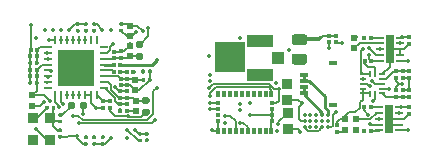
<source format=gbr>
G04 #@! TF.GenerationSoftware,KiCad,Pcbnew,(5.1.12)-1*
G04 #@! TF.CreationDate,2024-10-20T15:32:40+08:00*
G04 #@! TF.ProjectId,Kicad_LFOV_RigidFlex_Assembly_Screwhole2,4b696361-645f-44c4-964f-565f52696769,rev?*
G04 #@! TF.SameCoordinates,Original*
G04 #@! TF.FileFunction,Copper,L1,Top*
G04 #@! TF.FilePolarity,Positive*
%FSLAX46Y46*%
G04 Gerber Fmt 4.6, Leading zero omitted, Abs format (unit mm)*
G04 Created by KiCad (PCBNEW (5.1.12)-1) date 2024-10-20 15:32:40*
%MOMM*%
%LPD*%
G01*
G04 APERTURE LIST*
G04 #@! TA.AperFunction,SMDPad,CuDef*
%ADD10R,0.800000X0.400000*%
G04 #@! TD*
G04 #@! TA.AperFunction,SMDPad,CuDef*
%ADD11R,0.800000X0.300000*%
G04 #@! TD*
G04 #@! TA.AperFunction,SMDPad,CuDef*
%ADD12R,0.310000X0.340000*%
G04 #@! TD*
G04 #@! TA.AperFunction,SMDPad,CuDef*
%ADD13R,0.260000X0.680000*%
G04 #@! TD*
G04 #@! TA.AperFunction,SMDPad,CuDef*
%ADD14R,0.680000X0.260000*%
G04 #@! TD*
G04 #@! TA.AperFunction,SMDPad,CuDef*
%ADD15R,3.100000X3.100000*%
G04 #@! TD*
G04 #@! TA.AperFunction,SMDPad,CuDef*
%ADD16R,0.300000X0.525000*%
G04 #@! TD*
G04 #@! TA.AperFunction,SMDPad,CuDef*
%ADD17R,0.425000X0.300000*%
G04 #@! TD*
G04 #@! TA.AperFunction,SMDPad,CuDef*
%ADD18R,0.630000X0.580000*%
G04 #@! TD*
G04 #@! TA.AperFunction,SMDPad,CuDef*
%ADD19R,0.340000X0.310000*%
G04 #@! TD*
G04 #@! TA.AperFunction,SMDPad,CuDef*
%ADD20C,0.350000*%
G04 #@! TD*
G04 #@! TA.AperFunction,SMDPad,CuDef*
%ADD21R,0.870000X0.810000*%
G04 #@! TD*
G04 #@! TA.AperFunction,SMDPad,CuDef*
%ADD22R,2.200000X1.050000*%
G04 #@! TD*
G04 #@! TA.AperFunction,SMDPad,CuDef*
%ADD23R,1.050000X1.000000*%
G04 #@! TD*
G04 #@! TA.AperFunction,SMDPad,CuDef*
%ADD24R,2.500000X2.500000*%
G04 #@! TD*
G04 #@! TA.AperFunction,SMDPad,CuDef*
%ADD25R,0.920000X0.890000*%
G04 #@! TD*
G04 #@! TA.AperFunction,SMDPad,CuDef*
%ADD26R,0.640000X2.390000*%
G04 #@! TD*
G04 #@! TA.AperFunction,SMDPad,CuDef*
%ADD27R,0.640000X0.270000*%
G04 #@! TD*
G04 #@! TA.AperFunction,SMDPad,CuDef*
%ADD28R,0.610000X0.220000*%
G04 #@! TD*
G04 #@! TA.AperFunction,SMDPad,CuDef*
%ADD29R,0.220000X0.610000*%
G04 #@! TD*
G04 #@! TA.AperFunction,SMDPad,CuDef*
%ADD30R,0.830000X0.880000*%
G04 #@! TD*
G04 #@! TA.AperFunction,ViaPad*
%ADD31C,0.350000*%
G04 #@! TD*
G04 #@! TA.AperFunction,Conductor*
%ADD32C,0.152400*%
G04 #@! TD*
G04 #@! TA.AperFunction,Conductor*
%ADD33C,0.203200*%
G04 #@! TD*
G04 #@! TA.AperFunction,Conductor*
%ADD34C,0.304800*%
G04 #@! TD*
G04 #@! TA.AperFunction,Conductor*
%ADD35C,0.254000*%
G04 #@! TD*
G04 #@! TA.AperFunction,Conductor*
%ADD36C,0.101600*%
G04 #@! TD*
G04 APERTURE END LIST*
G04 #@! TA.AperFunction,SMDPad,CuDef*
G36*
G01*
X111609100Y-109172200D02*
X112464100Y-109172200D01*
G75*
G02*
X112696600Y-109404700I0J-232500D01*
G01*
X112696600Y-109869700D01*
G75*
G02*
X112464100Y-110102200I-232500J0D01*
G01*
X111609100Y-110102200D01*
G75*
G02*
X111376600Y-109869700I0J232500D01*
G01*
X111376600Y-109404700D01*
G75*
G02*
X111609100Y-109172200I232500J0D01*
G01*
G37*
G04 #@! TD.AperFunction*
G04 #@! TA.AperFunction,SMDPad,CuDef*
G36*
G01*
X111609100Y-107532200D02*
X112464100Y-107532200D01*
G75*
G02*
X112696600Y-107764700I0J-232500D01*
G01*
X112696600Y-108229700D01*
G75*
G02*
X112464100Y-108462200I-232500J0D01*
G01*
X111609100Y-108462200D01*
G75*
G02*
X111376600Y-108229700I0J232500D01*
G01*
X111376600Y-107764700D01*
G75*
G02*
X111609100Y-107532200I232500J0D01*
G01*
G37*
G04 #@! TD.AperFunction*
D10*
X114911200Y-109988200D03*
X114911200Y-113488200D03*
D11*
X112411200Y-110988200D03*
X112411200Y-111488200D03*
X112411200Y-111988200D03*
X112411200Y-112488200D03*
D12*
X118101600Y-113668600D03*
X117551600Y-113668600D03*
G04 #@! TA.AperFunction,SMDPad,CuDef*
G36*
G01*
X91699500Y-114753800D02*
X91884500Y-114753800D01*
G75*
G02*
X91962000Y-114831300I0J-77500D01*
G01*
X91962000Y-114986300D01*
G75*
G02*
X91884500Y-115063800I-77500J0D01*
G01*
X91699500Y-115063800D01*
G75*
G02*
X91622000Y-114986300I0J77500D01*
G01*
X91622000Y-114831300D01*
G75*
G02*
X91699500Y-114753800I77500J0D01*
G01*
G37*
G04 #@! TD.AperFunction*
G04 #@! TA.AperFunction,SMDPad,CuDef*
G36*
G01*
X91699500Y-114203800D02*
X91884500Y-114203800D01*
G75*
G02*
X91962000Y-114281300I0J-77500D01*
G01*
X91962000Y-114436300D01*
G75*
G02*
X91884500Y-114513800I-77500J0D01*
G01*
X91699500Y-114513800D01*
G75*
G02*
X91622000Y-114436300I0J77500D01*
G01*
X91622000Y-114281300D01*
G75*
G02*
X91699500Y-114203800I77500J0D01*
G01*
G37*
G04 #@! TD.AperFunction*
G04 #@! TA.AperFunction,SMDPad,CuDef*
G36*
G01*
X93049800Y-113394500D02*
X93049800Y-113739500D01*
G75*
G02*
X92902300Y-113887000I-147500J0D01*
G01*
X92607300Y-113887000D01*
G75*
G02*
X92459800Y-113739500I0J147500D01*
G01*
X92459800Y-113394500D01*
G75*
G02*
X92607300Y-113247000I147500J0D01*
G01*
X92902300Y-113247000D01*
G75*
G02*
X93049800Y-113394500I0J-147500D01*
G01*
G37*
G04 #@! TD.AperFunction*
G04 #@! TA.AperFunction,SMDPad,CuDef*
G36*
G01*
X94019800Y-113394500D02*
X94019800Y-113739500D01*
G75*
G02*
X93872300Y-113887000I-147500J0D01*
G01*
X93577300Y-113887000D01*
G75*
G02*
X93429800Y-113739500I0J147500D01*
G01*
X93429800Y-113394500D01*
G75*
G02*
X93577300Y-113247000I147500J0D01*
G01*
X93872300Y-113247000D01*
G75*
G02*
X94019800Y-113394500I0J-147500D01*
G01*
G37*
G04 #@! TD.AperFunction*
G04 #@! TA.AperFunction,SMDPad,CuDef*
G36*
G01*
X98630700Y-116128800D02*
X98445700Y-116128800D01*
G75*
G02*
X98368200Y-116051300I0J77500D01*
G01*
X98368200Y-115896300D01*
G75*
G02*
X98445700Y-115818800I77500J0D01*
G01*
X98630700Y-115818800D01*
G75*
G02*
X98708200Y-115896300I0J-77500D01*
G01*
X98708200Y-116051300D01*
G75*
G02*
X98630700Y-116128800I-77500J0D01*
G01*
G37*
G04 #@! TD.AperFunction*
G04 #@! TA.AperFunction,SMDPad,CuDef*
G36*
G01*
X98630700Y-116678800D02*
X98445700Y-116678800D01*
G75*
G02*
X98368200Y-116601300I0J77500D01*
G01*
X98368200Y-116446300D01*
G75*
G02*
X98445700Y-116368800I77500J0D01*
G01*
X98630700Y-116368800D01*
G75*
G02*
X98708200Y-116446300I0J-77500D01*
G01*
X98708200Y-116601300D01*
G75*
G02*
X98630700Y-116678800I-77500J0D01*
G01*
G37*
G04 #@! TD.AperFunction*
G04 #@! TA.AperFunction,SMDPad,CuDef*
G36*
G01*
X99009680Y-116368800D02*
X99194680Y-116368800D01*
G75*
G02*
X99272180Y-116446300I0J-77500D01*
G01*
X99272180Y-116601300D01*
G75*
G02*
X99194680Y-116678800I-77500J0D01*
G01*
X99009680Y-116678800D01*
G75*
G02*
X98932180Y-116601300I0J77500D01*
G01*
X98932180Y-116446300D01*
G75*
G02*
X99009680Y-116368800I77500J0D01*
G01*
G37*
G04 #@! TD.AperFunction*
G04 #@! TA.AperFunction,SMDPad,CuDef*
G36*
G01*
X99009680Y-115818800D02*
X99194680Y-115818800D01*
G75*
G02*
X99272180Y-115896300I0J-77500D01*
G01*
X99272180Y-116051300D01*
G75*
G02*
X99194680Y-116128800I-77500J0D01*
G01*
X99009680Y-116128800D01*
G75*
G02*
X98932180Y-116051300I0J77500D01*
G01*
X98932180Y-115896300D01*
G75*
G02*
X99009680Y-115818800I77500J0D01*
G01*
G37*
G04 #@! TD.AperFunction*
G04 #@! TA.AperFunction,SMDPad,CuDef*
G36*
G01*
X89401200Y-111553500D02*
X89401200Y-111738500D01*
G75*
G02*
X89323700Y-111816000I-77500J0D01*
G01*
X89168700Y-111816000D01*
G75*
G02*
X89091200Y-111738500I0J77500D01*
G01*
X89091200Y-111553500D01*
G75*
G02*
X89168700Y-111476000I77500J0D01*
G01*
X89323700Y-111476000D01*
G75*
G02*
X89401200Y-111553500I0J-77500D01*
G01*
G37*
G04 #@! TD.AperFunction*
G04 #@! TA.AperFunction,SMDPad,CuDef*
G36*
G01*
X89951200Y-111553500D02*
X89951200Y-111738500D01*
G75*
G02*
X89873700Y-111816000I-77500J0D01*
G01*
X89718700Y-111816000D01*
G75*
G02*
X89641200Y-111738500I0J77500D01*
G01*
X89641200Y-111553500D01*
G75*
G02*
X89718700Y-111476000I77500J0D01*
G01*
X89873700Y-111476000D01*
G75*
G02*
X89951200Y-111553500I0J-77500D01*
G01*
G37*
G04 #@! TD.AperFunction*
D13*
X91378000Y-112685600D03*
X91878000Y-112685600D03*
X92378000Y-112685600D03*
X92878000Y-112685600D03*
X93378000Y-112685600D03*
X93878000Y-112685600D03*
X94378000Y-112685600D03*
X94878000Y-112685600D03*
D14*
X95463000Y-112100600D03*
X95463000Y-111600600D03*
X95463000Y-111100600D03*
X95463000Y-110600600D03*
X95463000Y-110100600D03*
X95463000Y-109600600D03*
X95463000Y-109100600D03*
X95463000Y-108600600D03*
D13*
X94878000Y-108015600D03*
X94378000Y-108015600D03*
X93878000Y-108015600D03*
X93378000Y-108015600D03*
X92878000Y-108015600D03*
X92378000Y-108015600D03*
X91878000Y-108015600D03*
X91378000Y-108015600D03*
D14*
X90793000Y-108600600D03*
X90793000Y-109100600D03*
X90793000Y-109600600D03*
X90793000Y-110100600D03*
X90793000Y-110600600D03*
X90793000Y-111100600D03*
X90793000Y-111600600D03*
X90793000Y-112100600D03*
D15*
X93128000Y-110350600D03*
G04 #@! TA.AperFunction,SMDPad,CuDef*
G36*
G01*
X90823600Y-113661700D02*
X90823600Y-113846700D01*
G75*
G02*
X90746100Y-113924200I-77500J0D01*
G01*
X90591100Y-113924200D01*
G75*
G02*
X90513600Y-113846700I0J77500D01*
G01*
X90513600Y-113661700D01*
G75*
G02*
X90591100Y-113584200I77500J0D01*
G01*
X90746100Y-113584200D01*
G75*
G02*
X90823600Y-113661700I0J-77500D01*
G01*
G37*
G04 #@! TD.AperFunction*
G04 #@! TA.AperFunction,SMDPad,CuDef*
G36*
G01*
X91373600Y-113661700D02*
X91373600Y-113846700D01*
G75*
G02*
X91296100Y-113924200I-77500J0D01*
G01*
X91141100Y-113924200D01*
G75*
G02*
X91063600Y-113846700I0J77500D01*
G01*
X91063600Y-113661700D01*
G75*
G02*
X91141100Y-113584200I77500J0D01*
G01*
X91296100Y-113584200D01*
G75*
G02*
X91373600Y-113661700I0J-77500D01*
G01*
G37*
G04 #@! TD.AperFunction*
G04 #@! TA.AperFunction,SMDPad,CuDef*
G36*
G01*
X91689300Y-116058600D02*
X91874300Y-116058600D01*
G75*
G02*
X91951800Y-116136100I0J-77500D01*
G01*
X91951800Y-116291100D01*
G75*
G02*
X91874300Y-116368600I-77500J0D01*
G01*
X91689300Y-116368600D01*
G75*
G02*
X91611800Y-116291100I0J77500D01*
G01*
X91611800Y-116136100D01*
G75*
G02*
X91689300Y-116058600I77500J0D01*
G01*
G37*
G04 #@! TD.AperFunction*
G04 #@! TA.AperFunction,SMDPad,CuDef*
G36*
G01*
X91689300Y-115508600D02*
X91874300Y-115508600D01*
G75*
G02*
X91951800Y-115586100I0J-77500D01*
G01*
X91951800Y-115741100D01*
G75*
G02*
X91874300Y-115818600I-77500J0D01*
G01*
X91689300Y-115818600D01*
G75*
G02*
X91611800Y-115741100I0J77500D01*
G01*
X91611800Y-115586100D01*
G75*
G02*
X91689300Y-115508600I77500J0D01*
G01*
G37*
G04 #@! TD.AperFunction*
G04 #@! TA.AperFunction,SMDPad,CuDef*
G36*
G01*
X94569700Y-116658800D02*
X94754700Y-116658800D01*
G75*
G02*
X94832200Y-116736300I0J-77500D01*
G01*
X94832200Y-116891300D01*
G75*
G02*
X94754700Y-116968800I-77500J0D01*
G01*
X94569700Y-116968800D01*
G75*
G02*
X94492200Y-116891300I0J77500D01*
G01*
X94492200Y-116736300D01*
G75*
G02*
X94569700Y-116658800I77500J0D01*
G01*
G37*
G04 #@! TD.AperFunction*
G04 #@! TA.AperFunction,SMDPad,CuDef*
G36*
G01*
X94569700Y-116108800D02*
X94754700Y-116108800D01*
G75*
G02*
X94832200Y-116186300I0J-77500D01*
G01*
X94832200Y-116341300D01*
G75*
G02*
X94754700Y-116418800I-77500J0D01*
G01*
X94569700Y-116418800D01*
G75*
G02*
X94492200Y-116341300I0J77500D01*
G01*
X94492200Y-116186300D01*
G75*
G02*
X94569700Y-116108800I77500J0D01*
G01*
G37*
G04 #@! TD.AperFunction*
G04 #@! TA.AperFunction,SMDPad,CuDef*
G36*
G01*
X95280900Y-116658800D02*
X95465900Y-116658800D01*
G75*
G02*
X95543400Y-116736300I0J-77500D01*
G01*
X95543400Y-116891300D01*
G75*
G02*
X95465900Y-116968800I-77500J0D01*
G01*
X95280900Y-116968800D01*
G75*
G02*
X95203400Y-116891300I0J77500D01*
G01*
X95203400Y-116736300D01*
G75*
G02*
X95280900Y-116658800I77500J0D01*
G01*
G37*
G04 #@! TD.AperFunction*
G04 #@! TA.AperFunction,SMDPad,CuDef*
G36*
G01*
X95280900Y-116108800D02*
X95465900Y-116108800D01*
G75*
G02*
X95543400Y-116186300I0J-77500D01*
G01*
X95543400Y-116341300D01*
G75*
G02*
X95465900Y-116418800I-77500J0D01*
G01*
X95280900Y-116418800D01*
G75*
G02*
X95203400Y-116341300I0J77500D01*
G01*
X95203400Y-116186300D01*
G75*
G02*
X95280900Y-116108800I77500J0D01*
G01*
G37*
G04 #@! TD.AperFunction*
G04 #@! TA.AperFunction,SMDPad,CuDef*
G36*
G01*
X94744500Y-106827000D02*
X94559500Y-106827000D01*
G75*
G02*
X94482000Y-106749500I0J77500D01*
G01*
X94482000Y-106594500D01*
G75*
G02*
X94559500Y-106517000I77500J0D01*
G01*
X94744500Y-106517000D01*
G75*
G02*
X94822000Y-106594500I0J-77500D01*
G01*
X94822000Y-106749500D01*
G75*
G02*
X94744500Y-106827000I-77500J0D01*
G01*
G37*
G04 #@! TD.AperFunction*
G04 #@! TA.AperFunction,SMDPad,CuDef*
G36*
G01*
X94744500Y-107377000D02*
X94559500Y-107377000D01*
G75*
G02*
X94482000Y-107299500I0J77500D01*
G01*
X94482000Y-107144500D01*
G75*
G02*
X94559500Y-107067000I77500J0D01*
G01*
X94744500Y-107067000D01*
G75*
G02*
X94822000Y-107144500I0J-77500D01*
G01*
X94822000Y-107299500D01*
G75*
G02*
X94744500Y-107377000I-77500J0D01*
G01*
G37*
G04 #@! TD.AperFunction*
G04 #@! TA.AperFunction,SMDPad,CuDef*
G36*
G01*
X96870900Y-107067000D02*
X97055900Y-107067000D01*
G75*
G02*
X97133400Y-107144500I0J-77500D01*
G01*
X97133400Y-107299500D01*
G75*
G02*
X97055900Y-107377000I-77500J0D01*
G01*
X96870900Y-107377000D01*
G75*
G02*
X96793400Y-107299500I0J77500D01*
G01*
X96793400Y-107144500D01*
G75*
G02*
X96870900Y-107067000I77500J0D01*
G01*
G37*
G04 #@! TD.AperFunction*
G04 #@! TA.AperFunction,SMDPad,CuDef*
G36*
G01*
X96870900Y-106517000D02*
X97055900Y-106517000D01*
G75*
G02*
X97133400Y-106594500I0J-77500D01*
G01*
X97133400Y-106749500D01*
G75*
G02*
X97055900Y-106827000I-77500J0D01*
G01*
X96870900Y-106827000D01*
G75*
G02*
X96793400Y-106749500I0J77500D01*
G01*
X96793400Y-106594500D01*
G75*
G02*
X96870900Y-106517000I77500J0D01*
G01*
G37*
G04 #@! TD.AperFunction*
G04 #@! TA.AperFunction,SMDPad,CuDef*
G36*
G01*
X89401200Y-109877100D02*
X89401200Y-110062100D01*
G75*
G02*
X89323700Y-110139600I-77500J0D01*
G01*
X89168700Y-110139600D01*
G75*
G02*
X89091200Y-110062100I0J77500D01*
G01*
X89091200Y-109877100D01*
G75*
G02*
X89168700Y-109799600I77500J0D01*
G01*
X89323700Y-109799600D01*
G75*
G02*
X89401200Y-109877100I0J-77500D01*
G01*
G37*
G04 #@! TD.AperFunction*
G04 #@! TA.AperFunction,SMDPad,CuDef*
G36*
G01*
X89951200Y-109877100D02*
X89951200Y-110062100D01*
G75*
G02*
X89873700Y-110139600I-77500J0D01*
G01*
X89718700Y-110139600D01*
G75*
G02*
X89641200Y-110062100I0J77500D01*
G01*
X89641200Y-109877100D01*
G75*
G02*
X89718700Y-109799600I77500J0D01*
G01*
X89873700Y-109799600D01*
G75*
G02*
X89951200Y-109877100I0J-77500D01*
G01*
G37*
G04 #@! TD.AperFunction*
G04 #@! TA.AperFunction,SMDPad,CuDef*
G36*
G01*
X93858500Y-116658800D02*
X94043500Y-116658800D01*
G75*
G02*
X94121000Y-116736300I0J-77500D01*
G01*
X94121000Y-116891300D01*
G75*
G02*
X94043500Y-116968800I-77500J0D01*
G01*
X93858500Y-116968800D01*
G75*
G02*
X93781000Y-116891300I0J77500D01*
G01*
X93781000Y-116736300D01*
G75*
G02*
X93858500Y-116658800I77500J0D01*
G01*
G37*
G04 #@! TD.AperFunction*
G04 #@! TA.AperFunction,SMDPad,CuDef*
G36*
G01*
X93858500Y-116108800D02*
X94043500Y-116108800D01*
G75*
G02*
X94121000Y-116186300I0J-77500D01*
G01*
X94121000Y-116341300D01*
G75*
G02*
X94043500Y-116418800I-77500J0D01*
G01*
X93858500Y-116418800D01*
G75*
G02*
X93781000Y-116341300I0J77500D01*
G01*
X93781000Y-116186300D01*
G75*
G02*
X93858500Y-116108800I77500J0D01*
G01*
G37*
G04 #@! TD.AperFunction*
G04 #@! TA.AperFunction,SMDPad,CuDef*
G36*
G01*
X94058700Y-106827000D02*
X93873700Y-106827000D01*
G75*
G02*
X93796200Y-106749500I0J77500D01*
G01*
X93796200Y-106594500D01*
G75*
G02*
X93873700Y-106517000I77500J0D01*
G01*
X94058700Y-106517000D01*
G75*
G02*
X94136200Y-106594500I0J-77500D01*
G01*
X94136200Y-106749500D01*
G75*
G02*
X94058700Y-106827000I-77500J0D01*
G01*
G37*
G04 #@! TD.AperFunction*
G04 #@! TA.AperFunction,SMDPad,CuDef*
G36*
G01*
X94058700Y-107377000D02*
X93873700Y-107377000D01*
G75*
G02*
X93796200Y-107299500I0J77500D01*
G01*
X93796200Y-107144500D01*
G75*
G02*
X93873700Y-107067000I77500J0D01*
G01*
X94058700Y-107067000D01*
G75*
G02*
X94136200Y-107144500I0J-77500D01*
G01*
X94136200Y-107299500D01*
G75*
G02*
X94058700Y-107377000I-77500J0D01*
G01*
G37*
G04 #@! TD.AperFunction*
G04 #@! TA.AperFunction,SMDPad,CuDef*
G36*
G01*
X99217000Y-110773300D02*
X99217000Y-110588300D01*
G75*
G02*
X99294500Y-110510800I77500J0D01*
G01*
X99449500Y-110510800D01*
G75*
G02*
X99527000Y-110588300I0J-77500D01*
G01*
X99527000Y-110773300D01*
G75*
G02*
X99449500Y-110850800I-77500J0D01*
G01*
X99294500Y-110850800D01*
G75*
G02*
X99217000Y-110773300I0J77500D01*
G01*
G37*
G04 #@! TD.AperFunction*
G04 #@! TA.AperFunction,SMDPad,CuDef*
G36*
G01*
X98667000Y-110773300D02*
X98667000Y-110588300D01*
G75*
G02*
X98744500Y-110510800I77500J0D01*
G01*
X98899500Y-110510800D01*
G75*
G02*
X98977000Y-110588300I0J-77500D01*
G01*
X98977000Y-110773300D01*
G75*
G02*
X98899500Y-110850800I-77500J0D01*
G01*
X98744500Y-110850800D01*
G75*
G02*
X98667000Y-110773300I0J77500D01*
G01*
G37*
G04 #@! TD.AperFunction*
G04 #@! TA.AperFunction,SMDPad,CuDef*
G36*
G01*
X99217000Y-111484500D02*
X99217000Y-111299500D01*
G75*
G02*
X99294500Y-111222000I77500J0D01*
G01*
X99449500Y-111222000D01*
G75*
G02*
X99527000Y-111299500I0J-77500D01*
G01*
X99527000Y-111484500D01*
G75*
G02*
X99449500Y-111562000I-77500J0D01*
G01*
X99294500Y-111562000D01*
G75*
G02*
X99217000Y-111484500I0J77500D01*
G01*
G37*
G04 #@! TD.AperFunction*
G04 #@! TA.AperFunction,SMDPad,CuDef*
G36*
G01*
X98667000Y-111484500D02*
X98667000Y-111299500D01*
G75*
G02*
X98744500Y-111222000I77500J0D01*
G01*
X98899500Y-111222000D01*
G75*
G02*
X98977000Y-111299500I0J-77500D01*
G01*
X98977000Y-111484500D01*
G75*
G02*
X98899500Y-111562000I-77500J0D01*
G01*
X98744500Y-111562000D01*
G75*
G02*
X98667000Y-111484500I0J77500D01*
G01*
G37*
G04 #@! TD.AperFunction*
G04 #@! TA.AperFunction,SMDPad,CuDef*
G36*
G01*
X93347500Y-106827000D02*
X93162500Y-106827000D01*
G75*
G02*
X93085000Y-106749500I0J77500D01*
G01*
X93085000Y-106594500D01*
G75*
G02*
X93162500Y-106517000I77500J0D01*
G01*
X93347500Y-106517000D01*
G75*
G02*
X93425000Y-106594500I0J-77500D01*
G01*
X93425000Y-106749500D01*
G75*
G02*
X93347500Y-106827000I-77500J0D01*
G01*
G37*
G04 #@! TD.AperFunction*
G04 #@! TA.AperFunction,SMDPad,CuDef*
G36*
G01*
X93347500Y-107377000D02*
X93162500Y-107377000D01*
G75*
G02*
X93085000Y-107299500I0J77500D01*
G01*
X93085000Y-107144500D01*
G75*
G02*
X93162500Y-107067000I77500J0D01*
G01*
X93347500Y-107067000D01*
G75*
G02*
X93425000Y-107144500I0J-77500D01*
G01*
X93425000Y-107299500D01*
G75*
G02*
X93347500Y-107377000I-77500J0D01*
G01*
G37*
G04 #@! TD.AperFunction*
D16*
X105672600Y-112572700D03*
X106172600Y-112572700D03*
X106672600Y-112572700D03*
X107172600Y-112572700D03*
X107672600Y-112572700D03*
X108172600Y-112572700D03*
X108672600Y-112572700D03*
X109172600Y-112572700D03*
X109672600Y-112572700D03*
D17*
X109735100Y-113385200D03*
X109735100Y-113885200D03*
X109735100Y-114385200D03*
X109735100Y-114885200D03*
D16*
X109672600Y-115697700D03*
X109172600Y-115697700D03*
X108672600Y-115697700D03*
X108172600Y-115697700D03*
X107672600Y-115697700D03*
X107172600Y-115697700D03*
X106672600Y-115697700D03*
X106172600Y-115697700D03*
X105672600Y-115697700D03*
X105172600Y-115697700D03*
D17*
X105110100Y-114885200D03*
X105110100Y-114385200D03*
X105110100Y-113885200D03*
X105110100Y-113385200D03*
D16*
X105172600Y-112572700D03*
D18*
X97659400Y-108508600D03*
X97659400Y-109398600D03*
X98142000Y-111404200D03*
X98142000Y-112294200D03*
D19*
X97456200Y-111835400D03*
X97456200Y-111285400D03*
X96897400Y-111285400D03*
X96897400Y-111835400D03*
D12*
X89271600Y-109385400D03*
X89821600Y-109385400D03*
X89826000Y-108826600D03*
X89276000Y-108826600D03*
D18*
X98167400Y-113172800D03*
X98167400Y-114062800D03*
D19*
X97435800Y-112371000D03*
X97435800Y-112921000D03*
X96861800Y-112911600D03*
X96861800Y-112361600D03*
X96922800Y-108983400D03*
X96922800Y-109533400D03*
X96338600Y-109549400D03*
X96338600Y-108999400D03*
D12*
X89246200Y-111087200D03*
X89796200Y-111087200D03*
X89796200Y-110528400D03*
X89246200Y-110528400D03*
G04 #@! TA.AperFunction,SMDPad,CuDef*
G36*
G01*
X98858500Y-113833200D02*
X99203500Y-113833200D01*
G75*
G02*
X99351000Y-113980700I0J-147500D01*
G01*
X99351000Y-114275700D01*
G75*
G02*
X99203500Y-114423200I-147500J0D01*
G01*
X98858500Y-114423200D01*
G75*
G02*
X98711000Y-114275700I0J147500D01*
G01*
X98711000Y-113980700D01*
G75*
G02*
X98858500Y-113833200I147500J0D01*
G01*
G37*
G04 #@! TD.AperFunction*
G04 #@! TA.AperFunction,SMDPad,CuDef*
G36*
G01*
X98858500Y-112863200D02*
X99203500Y-112863200D01*
G75*
G02*
X99351000Y-113010700I0J-147500D01*
G01*
X99351000Y-113305700D01*
G75*
G02*
X99203500Y-113453200I-147500J0D01*
G01*
X98858500Y-113453200D01*
G75*
G02*
X98711000Y-113305700I0J147500D01*
G01*
X98711000Y-113010700D01*
G75*
G02*
X98858500Y-112863200I147500J0D01*
G01*
G37*
G04 #@! TD.AperFunction*
G04 #@! TA.AperFunction,SMDPad,CuDef*
G36*
G01*
X98685300Y-109682800D02*
X98340300Y-109682800D01*
G75*
G02*
X98192800Y-109535300I0J147500D01*
G01*
X98192800Y-109240300D01*
G75*
G02*
X98340300Y-109092800I147500J0D01*
G01*
X98685300Y-109092800D01*
G75*
G02*
X98832800Y-109240300I0J-147500D01*
G01*
X98832800Y-109535300D01*
G75*
G02*
X98685300Y-109682800I-147500J0D01*
G01*
G37*
G04 #@! TD.AperFunction*
G04 #@! TA.AperFunction,SMDPad,CuDef*
G36*
G01*
X98685300Y-108712800D02*
X98340300Y-108712800D01*
G75*
G02*
X98192800Y-108565300I0J147500D01*
G01*
X98192800Y-108270300D01*
G75*
G02*
X98340300Y-108122800I147500J0D01*
G01*
X98685300Y-108122800D01*
G75*
G02*
X98832800Y-108270300I0J-147500D01*
G01*
X98832800Y-108565300D01*
G75*
G02*
X98685300Y-108712800I-147500J0D01*
G01*
G37*
G04 #@! TD.AperFunction*
D20*
X114478000Y-115413200D03*
X113978000Y-115413200D03*
X113478000Y-115413200D03*
X112978000Y-115413200D03*
X112478000Y-115413200D03*
X114478000Y-114913200D03*
X113978000Y-114913200D03*
X113478000Y-114913200D03*
X112978000Y-114913200D03*
X112478000Y-114913200D03*
X114478000Y-114413200D03*
X113978000Y-114413200D03*
X113478000Y-114413200D03*
X112978000Y-114413200D03*
X112478000Y-114413200D03*
D18*
X115941800Y-114747600D03*
X115941800Y-115637600D03*
D19*
X115256000Y-115772400D03*
X115256000Y-115222400D03*
D21*
X111014200Y-113078600D03*
X111014200Y-111718600D03*
D12*
X96332800Y-110122000D03*
X96882800Y-110122000D03*
X96332800Y-110706200D03*
X96882800Y-110706200D03*
D19*
X97430800Y-113994400D03*
X97430800Y-113444400D03*
X121326600Y-107805600D03*
X121326600Y-108355600D03*
D18*
X89419600Y-112699600D03*
X89419600Y-113589600D03*
X97674600Y-106806800D03*
X97674600Y-107696800D03*
X116805400Y-114747600D03*
X116805400Y-115637600D03*
D19*
X121326600Y-113698400D03*
X121326600Y-114248400D03*
D12*
X118071000Y-107826600D03*
X117521000Y-107826600D03*
D18*
X116703800Y-108728800D03*
X116703800Y-107838800D03*
D19*
X121352000Y-112276000D03*
X121352000Y-112826000D03*
D22*
X108707160Y-108070480D03*
X108707160Y-111020480D03*
D23*
X110207160Y-109545480D03*
D24*
X106174780Y-109497220D03*
D25*
X111039600Y-114197400D03*
X111039600Y-115527400D03*
D19*
X114544800Y-107678600D03*
X114544800Y-108228600D03*
X115129000Y-107678600D03*
X115129000Y-108228600D03*
D12*
X97425000Y-110706200D03*
X97975000Y-110706200D03*
D19*
X96008400Y-113765800D03*
X96008400Y-113215800D03*
X95449600Y-113765800D03*
X95449600Y-113215800D03*
X96846600Y-113994400D03*
X96846600Y-113444400D03*
D12*
X117571800Y-109833200D03*
X118121800Y-109833200D03*
D19*
X120234400Y-112826000D03*
X120234400Y-112276000D03*
X120793200Y-112826000D03*
X120793200Y-112276000D03*
X120234400Y-111225800D03*
X120234400Y-110675800D03*
X120793200Y-111225800D03*
X120793200Y-110675800D03*
D26*
X119657620Y-114681220D03*
D27*
X120497620Y-113681220D03*
X120497620Y-114181220D03*
X120497620Y-114681220D03*
X120497620Y-115181220D03*
X120497620Y-115681220D03*
X118817620Y-115681220D03*
X118817620Y-115181220D03*
X118817620Y-114681220D03*
X118817620Y-114181220D03*
X118817620Y-113681220D03*
X118835600Y-107817200D03*
X118835600Y-108317200D03*
X118835600Y-108817200D03*
X118835600Y-109317200D03*
X118835600Y-109817200D03*
X120515600Y-109817200D03*
X120515600Y-109317200D03*
X120515600Y-108817200D03*
X120515600Y-108317200D03*
X120515600Y-107817200D03*
D26*
X119675600Y-108817200D03*
D28*
X119072800Y-112538200D03*
X119072800Y-112138200D03*
X119072800Y-111738200D03*
X119072800Y-111338200D03*
X119072800Y-110938200D03*
D29*
X118427800Y-110893200D03*
X118027800Y-110893200D03*
D28*
X117382800Y-110938200D03*
X117382800Y-111338200D03*
X117382800Y-111738200D03*
X117382800Y-112138200D03*
X117382800Y-112538200D03*
D29*
X118027800Y-112583200D03*
X118427800Y-112583200D03*
D30*
X89512400Y-114612600D03*
X89512400Y-116502600D03*
X90952400Y-116502600D03*
X90952400Y-114612600D03*
D19*
X121352000Y-111225800D03*
X121352000Y-110675800D03*
D12*
X117521000Y-115700600D03*
X118071000Y-115700600D03*
D31*
X112138200Y-109604600D03*
X94408200Y-110163400D03*
X93316000Y-111662000D03*
X91868200Y-111611200D03*
X93036600Y-110366600D03*
X116856200Y-115675200D03*
X115941800Y-114735400D03*
X113960600Y-115421200D03*
X119675600Y-108207600D03*
X119650200Y-114100400D03*
X111014200Y-111763600D03*
X109617200Y-111281000D03*
X107940800Y-111027000D03*
X108729000Y-108207600D03*
X107864600Y-114379800D03*
X107864600Y-113389200D03*
X97471400Y-116319600D03*
X92543800Y-107150200D03*
X96049000Y-107150200D03*
X95363200Y-107150200D03*
X90410200Y-113271600D03*
X89597400Y-116497400D03*
X93229600Y-116133800D03*
X94800000Y-113805000D03*
X98142000Y-112294200D03*
X96401810Y-112001600D03*
X97700000Y-108344000D03*
X99099400Y-116522800D03*
X98167388Y-114062788D03*
X98004800Y-110731600D03*
X104511800Y-113313000D03*
X119650200Y-115192600D03*
X96060000Y-116319000D03*
X98243600Y-107318600D03*
X94459000Y-109020400D03*
X119650200Y-112144600D03*
X119701800Y-109680800D03*
X117390400Y-108741000D03*
X106107300Y-108721100D03*
X120793200Y-111225800D03*
X116806200Y-107750400D03*
X107178799Y-112551000D03*
X89278200Y-106734400D03*
X93747800Y-114278200D03*
X104638800Y-115675200D03*
X106984600Y-113422600D03*
X106984600Y-113922600D03*
X106990800Y-107848200D03*
X98117400Y-115599000D03*
X89725000Y-115584000D03*
X113986000Y-114913200D03*
X110176000Y-115700600D03*
X110252200Y-115167200D03*
X105672600Y-112572700D03*
X104486400Y-113897200D03*
X105735400Y-115014800D03*
X120678980Y-113681220D03*
X120687200Y-107805600D03*
X118253200Y-113186000D03*
X115941800Y-115637600D03*
X113808200Y-107877400D03*
X110074400Y-111662000D03*
X120768600Y-111763600D03*
X113478000Y-115413200D03*
X112258800Y-113375200D03*
X118821691Y-114677141D03*
X118227800Y-111509600D03*
X117521000Y-115700600D03*
X105750600Y-114414600D03*
X112131800Y-115776800D03*
X112978000Y-115413200D03*
X93255000Y-107226400D03*
X90892800Y-113195400D03*
X98822000Y-111392000D03*
X97522200Y-114465400D03*
X99235000Y-106988404D03*
X104440040Y-111523400D03*
X109872000Y-109528400D03*
X99955520Y-109751900D03*
X104349720Y-109378520D03*
X92377994Y-112685594D03*
X92035800Y-113398604D03*
X91680200Y-113728798D03*
X93378000Y-112685586D03*
X109668000Y-112500200D03*
X117389600Y-111331800D03*
X115154400Y-114100400D03*
X114570200Y-108715600D03*
X93418400Y-115065600D03*
X104466560Y-112779580D03*
X99807320Y-114803080D03*
X114494000Y-114913200D03*
X92878000Y-112685618D03*
X117999200Y-111941400D03*
X115611600Y-108258400D03*
X110277600Y-112144604D03*
X92885000Y-114430600D03*
X104403060Y-112085416D03*
X99945360Y-112093780D03*
X93878000Y-108015602D03*
X93378000Y-108015606D03*
X92878000Y-108015602D03*
X92378000Y-108015602D03*
X91878000Y-108015586D03*
X90870200Y-108013800D03*
X89725000Y-107884000D03*
X90638800Y-109106000D03*
X90460000Y-107149000D03*
X90793002Y-109600600D03*
X91160000Y-107149000D03*
X91019800Y-110604600D03*
X91860000Y-107149000D03*
X90765800Y-111112600D03*
X95373400Y-116259400D03*
X91172200Y-114846400D03*
X94652000Y-107226400D03*
X93966200Y-107226400D03*
X89800600Y-109969600D03*
X96836400Y-113982800D03*
X93951000Y-116259400D03*
X94662200Y-116259400D03*
X98827800Y-110696800D03*
X98770398Y-107297171D03*
X97431600Y-115599000D03*
X104438680Y-110996500D03*
X120488400Y-114176600D03*
X117873000Y-114328996D03*
X120539200Y-108309200D03*
X117521000Y-107826600D03*
X118835630Y-108817200D03*
X107051800Y-115014800D03*
X105110100Y-114385200D03*
X121250400Y-115675200D03*
X118071000Y-115700600D03*
X121250400Y-109807800D03*
X117905700Y-109284540D03*
X118050800Y-115141800D03*
X117902925Y-108694725D03*
X96263200Y-108334600D03*
X111147600Y-108842600D03*
D32*
X89250600Y-111159000D02*
X89246200Y-111163400D01*
X93022000Y-106672000D02*
X92543800Y-107150200D01*
X93966200Y-106672000D02*
X93022000Y-106672000D01*
X94885000Y-106672000D02*
X95363200Y-107150200D01*
X94652000Y-106672000D02*
X94885000Y-106672000D01*
X89246200Y-111646000D02*
X89246200Y-109969600D01*
X89419600Y-113589600D02*
X90092200Y-113589600D01*
X90092200Y-113589600D02*
X90410200Y-113271600D01*
X89512400Y-116502600D02*
X89592200Y-116502600D01*
X89592200Y-116502600D02*
X89597400Y-116497400D01*
X93878000Y-112685600D02*
X94378000Y-112685600D01*
X94378000Y-112685600D02*
X94378000Y-113343200D01*
X94378000Y-113383000D02*
X94800000Y-113805000D01*
X96897400Y-111835400D02*
X97456200Y-111835400D01*
X97456200Y-111835400D02*
X97683200Y-111835400D01*
X97683200Y-111835400D02*
X98142000Y-112294200D01*
X96871200Y-112371000D02*
X96861800Y-112361600D01*
X97435800Y-112371000D02*
X96871200Y-112371000D01*
X96861800Y-112361600D02*
X96761810Y-112361600D01*
X96761810Y-112361600D02*
X96401810Y-112001600D01*
X99372000Y-111392000D02*
X99372000Y-110680800D01*
X95410400Y-113805000D02*
X95449600Y-113765800D01*
X94800000Y-113805000D02*
X95410400Y-113805000D01*
X96906800Y-108999400D02*
X96922800Y-108983400D01*
X96338600Y-108999400D02*
X96906800Y-108999400D01*
X97184600Y-108983400D02*
X97659400Y-108508600D01*
X96922800Y-108983400D02*
X97184600Y-108983400D01*
X97659400Y-108508600D02*
X97659400Y-108384600D01*
X97659400Y-108384600D02*
X97700000Y-108344000D01*
X97438200Y-107696800D02*
X96963400Y-107222000D01*
X97674600Y-107696800D02*
X97438200Y-107696800D01*
X99076780Y-116500180D02*
X99099400Y-116522800D01*
X98167400Y-114062800D02*
X98167388Y-114062788D01*
X98099000Y-113994400D02*
X98167388Y-114062788D01*
X97430800Y-113994400D02*
X98099000Y-113994400D01*
X97975000Y-110706200D02*
X97979400Y-110706200D01*
X97979400Y-110706200D02*
X98004800Y-110731600D01*
X98469800Y-112294200D02*
X98142000Y-112294200D01*
X99372000Y-111392000D02*
X98469800Y-112294200D01*
X104584000Y-113385200D02*
X104511800Y-113313000D01*
X105110100Y-113385200D02*
X104584000Y-113385200D01*
X109735100Y-114885200D02*
X109735100Y-113885200D01*
X107870000Y-114385200D02*
X107864600Y-114379800D01*
X109735100Y-114385200D02*
X107870000Y-114385200D01*
X109672600Y-114947700D02*
X109735100Y-114885200D01*
X109672600Y-115697700D02*
X109672600Y-114947700D01*
X105172600Y-114947700D02*
X105110100Y-114885200D01*
X105172600Y-115697700D02*
X105172600Y-114947700D01*
X120497620Y-114681220D02*
X119657620Y-114681220D01*
X120893780Y-114681220D02*
X121326600Y-114248400D01*
X120497620Y-114681220D02*
X120893780Y-114681220D01*
X120333840Y-115192600D02*
X119650200Y-115192600D01*
X120515600Y-108817200D02*
X119675600Y-108817200D01*
X120865000Y-108817200D02*
X121326600Y-108355600D01*
X120515600Y-108817200D02*
X120865000Y-108817200D01*
X117382800Y-112138200D02*
X117382800Y-112538200D01*
X117982800Y-112538200D02*
X118027800Y-112583200D01*
X117382800Y-112538200D02*
X117982800Y-112538200D01*
X119072800Y-112138200D02*
X119643800Y-112138200D01*
X119643800Y-112138200D02*
X119650200Y-112144600D01*
X120793200Y-112276000D02*
X121352000Y-112276000D01*
X120793200Y-111225800D02*
X120793200Y-111225800D01*
X119650200Y-115192600D02*
X119828000Y-115192600D01*
X117982800Y-110938200D02*
X118027800Y-110893200D01*
X117382800Y-110938200D02*
X117982800Y-110938200D01*
X115497800Y-114747600D02*
X115941800Y-114747600D01*
X115256000Y-115222400D02*
X115256000Y-114989400D01*
X115256000Y-114989400D02*
X115497800Y-114747600D01*
X92471200Y-116133800D02*
X93229600Y-116133800D01*
X91781800Y-116213600D02*
X92391400Y-116213600D01*
X92391400Y-116213600D02*
X92471200Y-116133800D01*
X94662200Y-116813800D02*
X95373400Y-116813800D01*
X95373400Y-116813800D02*
X95565200Y-116813800D01*
X95565200Y-116813800D02*
X96060000Y-116319000D01*
X93229600Y-116350800D02*
X93229600Y-116133800D01*
X93951000Y-116813800D02*
X93692600Y-116813800D01*
X93692600Y-116813800D02*
X93229600Y-116350800D01*
X97865400Y-107696800D02*
X98243600Y-107318600D01*
X97674600Y-107696800D02*
X97865400Y-107696800D01*
X94378000Y-113343200D02*
X94378000Y-113383000D01*
X115941800Y-114482200D02*
X115941800Y-114747600D01*
X117382800Y-113092000D02*
X117187200Y-113287600D01*
X117382800Y-112538200D02*
X117382800Y-113092000D01*
X117187200Y-113287600D02*
X117187200Y-113744800D01*
X117187200Y-113744800D02*
X116780800Y-114151200D01*
X116272800Y-114151200D02*
X115941800Y-114482200D01*
X116780800Y-114151200D02*
X116272800Y-114151200D01*
X119675600Y-109527600D02*
X119701800Y-109553800D01*
X119675600Y-108817200D02*
X119675600Y-109527600D01*
X119701800Y-110309200D02*
X119701800Y-109553800D01*
X119072800Y-110938200D02*
X119701800Y-110309200D01*
X117382800Y-110938200D02*
X117215401Y-110770801D01*
X117215401Y-108915999D02*
X117390400Y-108741000D01*
X117215401Y-110770801D02*
X117215401Y-108915999D01*
X121352000Y-112276000D02*
X121352000Y-111991400D01*
X121352000Y-111225800D02*
X121352000Y-111485000D01*
X120793200Y-111225800D02*
X121352000Y-111225800D01*
X121352000Y-111485000D02*
X121352000Y-111991400D01*
X120515600Y-109317200D02*
X120515600Y-108817200D01*
X116717800Y-107838800D02*
X116806200Y-107750400D01*
X116703800Y-107838800D02*
X116717800Y-107838800D01*
D33*
X107172600Y-112572700D02*
X107172600Y-112557199D01*
X107172600Y-112557199D02*
X107178799Y-112551000D01*
D32*
X89246200Y-108856400D02*
X89276000Y-108826600D01*
X89246200Y-109969600D02*
X89246200Y-108856400D01*
X89276000Y-108826600D02*
X89276000Y-106736600D01*
X89276000Y-106736600D02*
X89278200Y-106734400D01*
X93724800Y-114255200D02*
X93747800Y-114278200D01*
X93724800Y-113567000D02*
X93724800Y-114255200D01*
X113785601Y-115605599D02*
X113785601Y-115596199D01*
X113625199Y-115766001D02*
X113785601Y-115605599D01*
X112808655Y-115766001D02*
X113625199Y-115766001D01*
X112625199Y-115582545D02*
X112808655Y-115766001D01*
X112625199Y-115522119D02*
X112625199Y-115582545D01*
X113785601Y-115596199D02*
X113960600Y-115421200D01*
X112516280Y-115413200D02*
X112625199Y-115522119D01*
X112478000Y-115413200D02*
X112516280Y-115413200D01*
X104661300Y-115697700D02*
X104638800Y-115675200D01*
X105172600Y-115697700D02*
X104661300Y-115697700D01*
X99102180Y-115973800D02*
X98538200Y-115973800D01*
X98492200Y-115973800D02*
X98117400Y-115599000D01*
X98538200Y-115973800D02*
X98492200Y-115973800D01*
X90952400Y-116502600D02*
X90643600Y-116502600D01*
X90643600Y-116502600D02*
X89725000Y-115584000D01*
X115254399Y-115774001D02*
X115256000Y-115772400D01*
X105110100Y-113885200D02*
X104498400Y-113885200D01*
X104498400Y-113885200D02*
X104486400Y-113897200D01*
X110252200Y-114984800D02*
X111039600Y-114197400D01*
X110252200Y-115167200D02*
X110252200Y-114984800D01*
X121309420Y-113681220D02*
X121326600Y-113698400D01*
X120497620Y-113681220D02*
X120678980Y-113681220D01*
X120527200Y-107805600D02*
X120515600Y-107817200D01*
X121326600Y-107805600D02*
X120687200Y-107805600D01*
X120678980Y-113681220D02*
X121309420Y-113681220D01*
X120687200Y-107805600D02*
X120527200Y-107805600D01*
X118427800Y-112583200D02*
X118427800Y-113011400D01*
X118427800Y-113011400D02*
X118253200Y-113186000D01*
X115807000Y-115772400D02*
X115941800Y-115637600D01*
X115256000Y-115772400D02*
X115807000Y-115772400D01*
X115941800Y-115637600D02*
X115941800Y-115637600D01*
X115129000Y-107678600D02*
X114544800Y-107678600D01*
X114544800Y-107678600D02*
X114007000Y-107678600D01*
X114007000Y-107678600D02*
X113808200Y-107877400D01*
D34*
X113713800Y-107971800D02*
X113808200Y-107877400D01*
X112589800Y-107971800D02*
X113713800Y-107971800D01*
D32*
X120439400Y-111763600D02*
X120768600Y-111763600D01*
X120234400Y-111225800D02*
X120234400Y-111533200D01*
X120234400Y-112276000D02*
X120234400Y-111968600D01*
X120234400Y-111533200D02*
X120464800Y-111763600D01*
X120464800Y-111763600D02*
X120768600Y-111763600D01*
X120234400Y-111968600D02*
X120439400Y-111763600D01*
X111962200Y-113078600D02*
X112258800Y-113375200D01*
X111014200Y-113078600D02*
X111962200Y-113078600D01*
X112182600Y-114913200D02*
X112478000Y-114913200D01*
X111979400Y-113719400D02*
X111979400Y-114710000D01*
X112258800Y-113375200D02*
X112258800Y-113440000D01*
X111979400Y-114710000D02*
X112182600Y-114913200D01*
X112258800Y-113440000D02*
X111979400Y-113719400D01*
X119360600Y-112826000D02*
X120234400Y-112826000D01*
X119072800Y-112538200D02*
X119360600Y-112826000D01*
X121352000Y-112826000D02*
X120234400Y-112826000D01*
X120234400Y-110675800D02*
X121352000Y-110675800D01*
X120026800Y-110675800D02*
X120234400Y-110675800D01*
X119072800Y-111338200D02*
X119364400Y-111338200D01*
X119364400Y-111338200D02*
X120026800Y-110675800D01*
X118817620Y-114681212D02*
X118821691Y-114677141D01*
X118817620Y-114681220D02*
X118817620Y-114681212D01*
X117521000Y-109928242D02*
X117521000Y-109833200D01*
X117883158Y-110290400D02*
X117521000Y-109928242D01*
X118329400Y-110290400D02*
X117883158Y-110290400D01*
X118427800Y-110893200D02*
X118427800Y-110388800D01*
X118427800Y-110388800D02*
X118329400Y-110290400D01*
X118456400Y-111738200D02*
X118227800Y-111509600D01*
X119072800Y-111738200D02*
X118456400Y-111738200D01*
X106172200Y-114414600D02*
X105750600Y-114414600D01*
X106672600Y-115697700D02*
X106672600Y-114915000D01*
X106672600Y-114915000D02*
X106172200Y-114414600D01*
X111882400Y-115527400D02*
X112131800Y-115776800D01*
X111039600Y-115527400D02*
X111882400Y-115527400D01*
D35*
X112411200Y-112488200D02*
X112411200Y-111988200D01*
X112443000Y-112520000D02*
X112411200Y-112488200D01*
X112443000Y-112627200D02*
X112443000Y-112520000D01*
X113978000Y-114413200D02*
X113978000Y-114162200D01*
X113978000Y-114162200D02*
X112443000Y-112627200D01*
X112411200Y-111488200D02*
X112411200Y-110988200D01*
X112872682Y-111488200D02*
X112411200Y-111488200D01*
X114170200Y-113719400D02*
X114170200Y-112785718D01*
X114478000Y-114413200D02*
X114478000Y-114027200D01*
X114170200Y-112785718D02*
X112872682Y-111488200D01*
X114478000Y-114027200D02*
X114170200Y-113719400D01*
D32*
X90224000Y-110100600D02*
X90793000Y-110100600D01*
X89796200Y-110528400D02*
X90224000Y-110100600D01*
X89796200Y-110528400D02*
X89796200Y-111646000D01*
X89796200Y-112323000D02*
X89419600Y-112699600D01*
X89796200Y-111646000D02*
X89796200Y-112323000D01*
X89419600Y-112699600D02*
X90397000Y-112699600D01*
X90397000Y-112699600D02*
X90892800Y-113195400D01*
X96712600Y-111100600D02*
X96897400Y-111285400D01*
X95463000Y-111100600D02*
X96712600Y-111100600D01*
X98023200Y-111285400D02*
X98142000Y-111404200D01*
X96897400Y-111285400D02*
X98023200Y-111285400D01*
X98142000Y-111404200D02*
X98809800Y-111404200D01*
X98822000Y-111392000D02*
X98809800Y-111404200D01*
X97587401Y-114530601D02*
X97522200Y-114465400D01*
X99031000Y-114128200D02*
X98628599Y-114530601D01*
X98628599Y-114530601D02*
X97587401Y-114530601D01*
X96400600Y-114465400D02*
X97522200Y-114465400D01*
X96008400Y-114073200D02*
X96400600Y-114465400D01*
X96008400Y-113765800D02*
X96008400Y-114073200D01*
X99235000Y-107695600D02*
X99235000Y-106988404D01*
X98512800Y-108417800D02*
X99235000Y-107695600D01*
D35*
X96882800Y-110122000D02*
X99408400Y-110122000D01*
X99408400Y-110122000D02*
X99585420Y-110122000D01*
X99585420Y-110122000D02*
X99955520Y-109751900D01*
X99955520Y-109751900D02*
X99955520Y-109751900D01*
D32*
X97430800Y-113444400D02*
X96846600Y-113444400D01*
X96704400Y-113444400D02*
X96846600Y-113444400D01*
X96404600Y-112941400D02*
X96404600Y-113144600D01*
X96404600Y-113144600D02*
X96704400Y-113444400D01*
X95463000Y-112100600D02*
X95563800Y-112100600D01*
X95563800Y-112100600D02*
X96404600Y-112941400D01*
X97426400Y-112911600D02*
X97435800Y-112921000D01*
X96861800Y-112911600D02*
X97426400Y-112911600D01*
X96734024Y-112911600D02*
X96861800Y-112911600D01*
X96049000Y-112226576D02*
X96734024Y-112911600D01*
X96049000Y-111823800D02*
X96049000Y-112226576D01*
X95463000Y-111600600D02*
X95825800Y-111600600D01*
X95825800Y-111600600D02*
X96049000Y-111823800D01*
X97915600Y-112921000D02*
X98167400Y-113172800D01*
X97435800Y-112921000D02*
X97915600Y-112921000D01*
X99016400Y-113172800D02*
X99031000Y-113158200D01*
X98167400Y-113172800D02*
X99016400Y-113172800D01*
X96287400Y-109600600D02*
X96338600Y-109549400D01*
X95463000Y-109600600D02*
X96287400Y-109600600D01*
X96906800Y-109549400D02*
X96922800Y-109533400D01*
X96338600Y-109549400D02*
X96906800Y-109549400D01*
X97524600Y-109533400D02*
X97659400Y-109398600D01*
X96922800Y-109533400D02*
X97524600Y-109533400D01*
X98502000Y-109398600D02*
X98512800Y-109387800D01*
X97659400Y-109398600D02*
X98502000Y-109398600D01*
X92378000Y-112685600D02*
X92377994Y-112685594D01*
X91878000Y-112685600D02*
X91878000Y-113240804D01*
X91878000Y-113240804D02*
X92035800Y-113398604D01*
X91680200Y-113573800D02*
X91680200Y-113728798D01*
X91378000Y-112685600D02*
X91378000Y-113271600D01*
X91378000Y-113271600D02*
X91680200Y-113573800D01*
X109672600Y-112572700D02*
X109672600Y-112504800D01*
X109672600Y-112504800D02*
X109668000Y-112500200D01*
X117382800Y-111338200D02*
X117383200Y-111338200D01*
X117383200Y-111338200D02*
X117389600Y-111331800D01*
X114875000Y-114379800D02*
X115154400Y-114100400D01*
X114478000Y-115413200D02*
X114725487Y-115413200D01*
X114875000Y-115263687D02*
X114875000Y-114379800D01*
X114725487Y-115413200D02*
X114875000Y-115263687D01*
X114570200Y-108254000D02*
X114544800Y-108228600D01*
X114570200Y-108715600D02*
X114570200Y-108254000D01*
X109668000Y-112252713D02*
X109432887Y-112017600D01*
X109668000Y-112500200D02*
X109668000Y-112252713D01*
X93425011Y-115072211D02*
X93418400Y-115065600D01*
X99538189Y-115072211D02*
X93425011Y-115072211D01*
X104995158Y-112017600D02*
X104466560Y-112546198D01*
X109432887Y-112017600D02*
X104995158Y-112017600D01*
X104466560Y-112546198D02*
X104466560Y-112779580D01*
X104466560Y-112779580D02*
X104466560Y-112779580D01*
X99538189Y-115072211D02*
X99807320Y-114803080D01*
X117382800Y-111738200D02*
X117415000Y-111738200D01*
X117382800Y-111738200D02*
X117796000Y-111738200D01*
X117796000Y-111738200D02*
X117999200Y-111941400D01*
X115158800Y-108258400D02*
X115129000Y-108228600D01*
X115611600Y-108258400D02*
X115158800Y-108258400D01*
X110100000Y-113385200D02*
X110277600Y-113207600D01*
X110277600Y-113207600D02*
X110277600Y-112144604D01*
X109735100Y-113385200D02*
X110100000Y-113385200D01*
X109919115Y-112144604D02*
X109497792Y-111723281D01*
X110277600Y-112144604D02*
X109919115Y-112144604D01*
X104765195Y-111723281D02*
X104403060Y-112085416D01*
X109497792Y-111723281D02*
X104765195Y-111723281D01*
X104403060Y-112085416D02*
X104403060Y-112085416D01*
X99676120Y-112363020D02*
X99945360Y-112093780D01*
X99528810Y-114407710D02*
X99676120Y-114260400D01*
X99528810Y-114410448D02*
X99528810Y-114407710D01*
X99121057Y-114818201D02*
X99528810Y-114410448D01*
X93693147Y-114818201D02*
X99121057Y-114818201D01*
X93305546Y-114430600D02*
X93693147Y-114818201D01*
X99676120Y-114260400D02*
X99676120Y-112363020D01*
X92885000Y-114430600D02*
X93305546Y-114430600D01*
X94919400Y-112685600D02*
X95449600Y-113215800D01*
X94878000Y-112685600D02*
X94919400Y-112685600D01*
X95449600Y-113215800D02*
X96008400Y-113215800D01*
X91378000Y-108015600D02*
X90872000Y-108015600D01*
X90872000Y-108015600D02*
X90870200Y-108013800D01*
X90793000Y-109100600D02*
X90644200Y-109100600D01*
X90644200Y-109100600D02*
X90638800Y-109106000D01*
D36*
X90793000Y-109634000D02*
X90621588Y-109634000D01*
X90621588Y-109634000D02*
X90616188Y-109639400D01*
D32*
X90793000Y-109600600D02*
X90793002Y-109600600D01*
X90793000Y-110600600D02*
X91015800Y-110600600D01*
X91015800Y-110600600D02*
X91019800Y-110604600D01*
X90793000Y-111100600D02*
X90777800Y-111100600D01*
X90777800Y-111100600D02*
X90765800Y-111112600D01*
X90650800Y-111634000D02*
X90638800Y-111646000D01*
X91222200Y-114342800D02*
X90952400Y-114612600D01*
X91218600Y-114346400D02*
X90952400Y-114612600D01*
X91218600Y-113754200D02*
X91218600Y-114346400D01*
X96846600Y-113994400D02*
X96846600Y-113993000D01*
X96846600Y-113993000D02*
X96836400Y-113982800D01*
X96984400Y-106693000D02*
X96963400Y-106672000D01*
X97674600Y-106806800D02*
X97560800Y-106693000D01*
X97560800Y-106693000D02*
X96984400Y-106693000D01*
X91234600Y-114908800D02*
X91172200Y-114846400D01*
X91792000Y-114908800D02*
X91234600Y-114908800D01*
X91172200Y-115309400D02*
X91172200Y-114846400D01*
X91781800Y-115739800D02*
X91602600Y-115739800D01*
X91602600Y-115739800D02*
X91172200Y-115309400D01*
X98822000Y-110680800D02*
X98822000Y-110691000D01*
X98822000Y-110691000D02*
X98827800Y-110696800D01*
X90052000Y-108600600D02*
X89826000Y-108826600D01*
X90793000Y-108600600D02*
X90052000Y-108600600D01*
X89826000Y-109381000D02*
X89821600Y-109385400D01*
X89826000Y-108826600D02*
X89826000Y-109381000D01*
X89821600Y-109948600D02*
X89800600Y-109969600D01*
X89821600Y-109385400D02*
X89821600Y-109948600D01*
X97674600Y-106806800D02*
X98280027Y-106806800D01*
X98280027Y-106806800D02*
X98770398Y-107297171D01*
X98538200Y-116523800D02*
X98356400Y-116523800D01*
X98356400Y-116523800D02*
X97431600Y-115599000D01*
D35*
X96311400Y-110100600D02*
X96332800Y-110122000D01*
X95463000Y-110100600D02*
X96311400Y-110100600D01*
D32*
X96227200Y-110600600D02*
X96332800Y-110706200D01*
X95463000Y-110600600D02*
X96227200Y-110600600D01*
X96882800Y-110706200D02*
X97425000Y-110706200D01*
X118805000Y-113668600D02*
X118817620Y-113681220D01*
X118045600Y-113668600D02*
X118805000Y-113668600D01*
X120497620Y-114181220D02*
X120493020Y-114181220D01*
X120493020Y-114181220D02*
X120488400Y-114176600D01*
X117495600Y-113668600D02*
X117495600Y-113951596D01*
X117495600Y-113951596D02*
X117873000Y-114328996D01*
X118593726Y-114181220D02*
X118027346Y-114747600D01*
X118027346Y-114747600D02*
X116729200Y-114747600D01*
X118817620Y-114181220D02*
X118593726Y-114181220D01*
X118826200Y-107826600D02*
X118835600Y-107817200D01*
X118071000Y-107826600D02*
X118826200Y-107826600D01*
X120515600Y-108317200D02*
X120531200Y-108317200D01*
X120531200Y-108317200D02*
X120539200Y-108309200D01*
X117148800Y-108283800D02*
X116703800Y-108728800D01*
X118835600Y-108317200D02*
X118802200Y-108283800D01*
X118802200Y-108283800D02*
X117148800Y-108283800D01*
X91963000Y-114358800D02*
X92754800Y-113567000D01*
X91792000Y-114358800D02*
X91963000Y-114358800D01*
X118835600Y-108817200D02*
X118835630Y-108817200D01*
X107299287Y-115014800D02*
X107672600Y-115388113D01*
X107672600Y-115388113D02*
X107672600Y-115697700D01*
X107051800Y-115014800D02*
X107299287Y-115014800D01*
X118798240Y-115700600D02*
X118817620Y-115681220D01*
X118071000Y-115700600D02*
X118798240Y-115700600D01*
X120497620Y-115681220D02*
X121244380Y-115681220D01*
X121244380Y-115681220D02*
X121250400Y-115675200D01*
X89810200Y-114612600D02*
X90668600Y-113754200D01*
X89512400Y-114612600D02*
X89810200Y-114612600D01*
X120515600Y-109817200D02*
X121241000Y-109817200D01*
X121241000Y-109817200D02*
X121250400Y-109807800D01*
X118835600Y-109817200D02*
X118105800Y-109817200D01*
X118105800Y-109817200D02*
X118105800Y-109722158D01*
X117905700Y-109617100D02*
X118121800Y-109833200D01*
X117905700Y-109284540D02*
X117905700Y-109617100D01*
X118817620Y-115181220D02*
X118090220Y-115181220D01*
X118090220Y-115181220D02*
X118050800Y-115141800D01*
X118525400Y-109317200D02*
X117902925Y-108694725D01*
X118835600Y-109317200D02*
X118525400Y-109317200D01*
X95463000Y-109100600D02*
X95753042Y-109100600D01*
X95980801Y-108616999D02*
X96263200Y-108334600D01*
X95980801Y-108872841D02*
X95980801Y-108616999D01*
X95753042Y-109100600D02*
X95980801Y-108872841D01*
M02*

</source>
